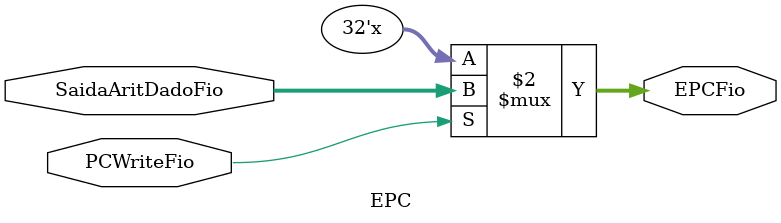
<source format=v>
module EPC( input wire [0:0] PCWriteFio, input wire [31:0] SaidaAritDadoFio, output reg [31:0] EPCFio);
	
	always begin 
	
		case(PCWriteFio)

			1'b1:
			begin
				EPCFio <= SaidaAritDadoFio;
			end	
		
		endcase

	end
	
endmodule 
</source>
